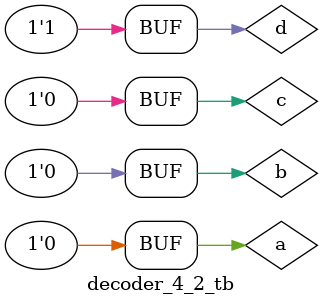
<source format=v>
module decoder_4_2_tb;
  reg a,b,c,d;
  wire x,y;
  decoder_4_2 decoder(a,b,c,d,x,y);
  initial begin
    $monitor("At time %0t:a=%b b=%d c=%b d=%b,x=%b,y=%b",$time,a,b,c,d,x,y);
    $dumpfile("decoder.vcd");
    $dumpvars;
     a=1; b=0; c=0; d=0; #1;
     a=0; b=1; c=0; d=0; #1;
     a=0; b=0; c=1; d=0; #1;
     a=0; b=0; c=0; d=1; 
  end
endmodule

</source>
